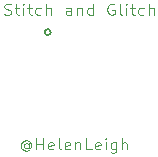
<source format=gbr>
G04 #@! TF.GenerationSoftware,KiCad,Pcbnew,(5.99.0-1406-gfd59660ec)*
G04 #@! TF.CreationDate,2020-04-24T11:46:25+02:00*
G04 #@! TF.ProjectId,flex-dip-v5-py,666c6578-2d64-4697-902d-76352d70792e,rev?*
G04 #@! TF.SameCoordinates,Original*
G04 #@! TF.FileFunction,Legend,Top*
G04 #@! TF.FilePolarity,Positive*
%FSLAX46Y46*%
G04 Gerber Fmt 4.6, Leading zero omitted, Abs format (unit mm)*
G04 Created by KiCad (PCBNEW (5.99.0-1406-gfd59660ec)) date 2020-04-24 11:46:25*
%MOMM*%
%LPD*%
G01*
G04 APERTURE LIST*
%ADD10C,0.101600*%
%ADD11C,0.150000*%
G04 APERTURE END LIST*
D10*
X114971677Y-72993411D02*
X114924058Y-72950554D01*
X114828820Y-72907697D01*
X114733581Y-72907697D01*
X114638343Y-72950554D01*
X114590724Y-72993411D01*
X114543105Y-73079125D01*
X114543105Y-73164840D01*
X114590724Y-73250554D01*
X114638343Y-73293411D01*
X114733581Y-73336268D01*
X114828820Y-73336268D01*
X114924058Y-73293411D01*
X114971677Y-73250554D01*
X114971677Y-72907697D02*
X114971677Y-73250554D01*
X115019296Y-73293411D01*
X115066915Y-73293411D01*
X115162153Y-73250554D01*
X115209772Y-73164840D01*
X115209772Y-72950554D01*
X115114534Y-72821982D01*
X114971677Y-72736268D01*
X114781200Y-72693411D01*
X114590724Y-72736268D01*
X114447867Y-72821982D01*
X114352629Y-72950554D01*
X114305010Y-73121982D01*
X114352629Y-73293411D01*
X114447867Y-73421982D01*
X114590724Y-73507697D01*
X114781200Y-73550554D01*
X114971677Y-73507697D01*
X115114534Y-73421982D01*
X115638343Y-73421982D02*
X115638343Y-72521982D01*
X115638343Y-72950554D02*
X116209772Y-72950554D01*
X116209772Y-73421982D02*
X116209772Y-72521982D01*
X117066915Y-73379125D02*
X116971677Y-73421982D01*
X116781200Y-73421982D01*
X116685962Y-73379125D01*
X116638343Y-73293411D01*
X116638343Y-72950554D01*
X116685962Y-72864840D01*
X116781200Y-72821982D01*
X116971677Y-72821982D01*
X117066915Y-72864840D01*
X117114534Y-72950554D01*
X117114534Y-73036268D01*
X116638343Y-73121982D01*
X117685962Y-73421982D02*
X117590724Y-73379125D01*
X117543105Y-73293411D01*
X117543105Y-72521982D01*
X118447867Y-73379125D02*
X118352629Y-73421982D01*
X118162153Y-73421982D01*
X118066915Y-73379125D01*
X118019296Y-73293411D01*
X118019296Y-72950554D01*
X118066915Y-72864840D01*
X118162153Y-72821982D01*
X118352629Y-72821982D01*
X118447867Y-72864840D01*
X118495486Y-72950554D01*
X118495486Y-73036268D01*
X118019296Y-73121982D01*
X118924058Y-72821982D02*
X118924058Y-73421982D01*
X118924058Y-72907697D02*
X118971677Y-72864840D01*
X119066915Y-72821982D01*
X119209772Y-72821982D01*
X119305010Y-72864840D01*
X119352629Y-72950554D01*
X119352629Y-73421982D01*
X120305010Y-73421982D02*
X119828820Y-73421982D01*
X119828820Y-72521982D01*
X121019296Y-73379125D02*
X120924058Y-73421982D01*
X120733581Y-73421982D01*
X120638343Y-73379125D01*
X120590724Y-73293411D01*
X120590724Y-72950554D01*
X120638343Y-72864840D01*
X120733581Y-72821982D01*
X120924058Y-72821982D01*
X121019296Y-72864840D01*
X121066915Y-72950554D01*
X121066915Y-73036268D01*
X120590724Y-73121982D01*
X121495486Y-73421982D02*
X121495486Y-72821982D01*
X121495486Y-72521982D02*
X121447867Y-72564840D01*
X121495486Y-72607697D01*
X121543105Y-72564840D01*
X121495486Y-72521982D01*
X121495486Y-72607697D01*
X122400248Y-72821982D02*
X122400248Y-73550554D01*
X122352629Y-73636268D01*
X122305010Y-73679125D01*
X122209772Y-73721982D01*
X122066915Y-73721982D01*
X121971677Y-73679125D01*
X122400248Y-73379125D02*
X122305010Y-73421982D01*
X122114534Y-73421982D01*
X122019296Y-73379125D01*
X121971677Y-73336268D01*
X121924058Y-73250554D01*
X121924058Y-72993411D01*
X121971677Y-72907697D01*
X122019296Y-72864840D01*
X122114534Y-72821982D01*
X122305010Y-72821982D01*
X122400248Y-72864840D01*
X122876439Y-73421982D02*
X122876439Y-72521982D01*
X123305010Y-73421982D02*
X123305010Y-72950554D01*
X123257391Y-72864840D01*
X123162153Y-72821982D01*
X123019296Y-72821982D01*
X122924058Y-72864840D01*
X122876439Y-72907697D01*
X112921384Y-61992305D02*
X113066527Y-62035162D01*
X113308432Y-62035162D01*
X113405194Y-61992305D01*
X113453575Y-61949448D01*
X113501956Y-61863734D01*
X113501956Y-61778020D01*
X113453575Y-61692305D01*
X113405194Y-61649448D01*
X113308432Y-61606591D01*
X113114908Y-61563734D01*
X113018146Y-61520877D01*
X112969765Y-61478020D01*
X112921384Y-61392305D01*
X112921384Y-61306591D01*
X112969765Y-61220877D01*
X113018146Y-61178020D01*
X113114908Y-61135162D01*
X113356813Y-61135162D01*
X113501956Y-61178020D01*
X113792241Y-61435162D02*
X114179289Y-61435162D01*
X113937384Y-61135162D02*
X113937384Y-61906591D01*
X113985765Y-61992305D01*
X114082527Y-62035162D01*
X114179289Y-62035162D01*
X114517956Y-62035162D02*
X114517956Y-61435162D01*
X114517956Y-61135162D02*
X114469575Y-61178020D01*
X114517956Y-61220877D01*
X114566337Y-61178020D01*
X114517956Y-61135162D01*
X114517956Y-61220877D01*
X114856622Y-61435162D02*
X115243670Y-61435162D01*
X115001765Y-61135162D02*
X115001765Y-61906591D01*
X115050146Y-61992305D01*
X115146908Y-62035162D01*
X115243670Y-62035162D01*
X116017765Y-61992305D02*
X115921003Y-62035162D01*
X115727480Y-62035162D01*
X115630718Y-61992305D01*
X115582337Y-61949448D01*
X115533956Y-61863734D01*
X115533956Y-61606591D01*
X115582337Y-61520877D01*
X115630718Y-61478020D01*
X115727480Y-61435162D01*
X115921003Y-61435162D01*
X116017765Y-61478020D01*
X116453194Y-62035162D02*
X116453194Y-61135162D01*
X116888622Y-62035162D02*
X116888622Y-61563734D01*
X116840241Y-61478020D01*
X116743480Y-61435162D01*
X116598337Y-61435162D01*
X116501575Y-61478020D01*
X116453194Y-61520877D01*
X118581956Y-62035162D02*
X118581956Y-61563734D01*
X118533575Y-61478020D01*
X118436813Y-61435162D01*
X118243289Y-61435162D01*
X118146527Y-61478020D01*
X118581956Y-61992305D02*
X118485194Y-62035162D01*
X118243289Y-62035162D01*
X118146527Y-61992305D01*
X118098146Y-61906591D01*
X118098146Y-61820877D01*
X118146527Y-61735162D01*
X118243289Y-61692305D01*
X118485194Y-61692305D01*
X118581956Y-61649448D01*
X119065765Y-61435162D02*
X119065765Y-62035162D01*
X119065765Y-61520877D02*
X119114146Y-61478020D01*
X119210908Y-61435162D01*
X119356051Y-61435162D01*
X119452813Y-61478020D01*
X119501194Y-61563734D01*
X119501194Y-62035162D01*
X120420432Y-62035162D02*
X120420432Y-61135162D01*
X120420432Y-61992305D02*
X120323670Y-62035162D01*
X120130146Y-62035162D01*
X120033384Y-61992305D01*
X119985003Y-61949448D01*
X119936622Y-61863734D01*
X119936622Y-61606591D01*
X119985003Y-61520877D01*
X120033384Y-61478020D01*
X120130146Y-61435162D01*
X120323670Y-61435162D01*
X120420432Y-61478020D01*
X122210527Y-61178020D02*
X122113765Y-61135162D01*
X121968622Y-61135162D01*
X121823480Y-61178020D01*
X121726718Y-61263734D01*
X121678337Y-61349448D01*
X121629956Y-61520877D01*
X121629956Y-61649448D01*
X121678337Y-61820877D01*
X121726718Y-61906591D01*
X121823480Y-61992305D01*
X121968622Y-62035162D01*
X122065384Y-62035162D01*
X122210527Y-61992305D01*
X122258908Y-61949448D01*
X122258908Y-61649448D01*
X122065384Y-61649448D01*
X122839480Y-62035162D02*
X122742718Y-61992305D01*
X122694337Y-61906591D01*
X122694337Y-61135162D01*
X123226527Y-62035162D02*
X123226527Y-61435162D01*
X123226527Y-61135162D02*
X123178146Y-61178020D01*
X123226527Y-61220877D01*
X123274908Y-61178020D01*
X123226527Y-61135162D01*
X123226527Y-61220877D01*
X123565194Y-61435162D02*
X123952241Y-61435162D01*
X123710337Y-61135162D02*
X123710337Y-61906591D01*
X123758718Y-61992305D01*
X123855480Y-62035162D01*
X123952241Y-62035162D01*
X124726337Y-61992305D02*
X124629575Y-62035162D01*
X124436051Y-62035162D01*
X124339289Y-61992305D01*
X124290908Y-61949448D01*
X124242527Y-61863734D01*
X124242527Y-61606591D01*
X124290908Y-61520877D01*
X124339289Y-61478020D01*
X124436051Y-61435162D01*
X124629575Y-61435162D01*
X124726337Y-61478020D01*
X125161765Y-62035162D02*
X125161765Y-61135162D01*
X125597194Y-62035162D02*
X125597194Y-61563734D01*
X125548813Y-61478020D01*
X125452051Y-61435162D01*
X125306908Y-61435162D01*
X125210146Y-61478020D01*
X125161765Y-61520877D01*
D11*
X116843807Y-63515240D02*
G75*
G03*
X116843807Y-63515240I-255267J0D01*
G01*
M02*

</source>
